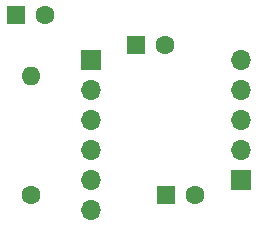
<source format=gbr>
%TF.GenerationSoftware,KiCad,Pcbnew,(5.1.10)-1*%
%TF.CreationDate,2021-09-09T15:03:09-05:00*%
%TF.ProjectId,BoostRegulatorBreakoutPCB,426f6f73-7452-4656-9775-6c61746f7242,00*%
%TF.SameCoordinates,Original*%
%TF.FileFunction,Soldermask,Bot*%
%TF.FilePolarity,Negative*%
%FSLAX46Y46*%
G04 Gerber Fmt 4.6, Leading zero omitted, Abs format (unit mm)*
G04 Created by KiCad (PCBNEW (5.1.10)-1) date 2021-09-09 15:03:09*
%MOMM*%
%LPD*%
G01*
G04 APERTURE LIST*
%ADD10O,1.600000X1.600000*%
%ADD11C,1.600000*%
%ADD12R,1.600000X1.600000*%
%ADD13O,1.700000X1.700000*%
%ADD14R,1.700000X1.700000*%
G04 APERTURE END LIST*
D10*
%TO.C,L1*%
X133350000Y-115730000D03*
D11*
X133350000Y-125730000D03*
%TD*%
%TO.C,C3*%
X134580000Y-110490000D03*
D12*
X132080000Y-110490000D03*
%TD*%
D11*
%TO.C,C2*%
X144740000Y-113030000D03*
D12*
X142240000Y-113030000D03*
%TD*%
D11*
%TO.C,C1*%
X147280000Y-125730000D03*
D12*
X144780000Y-125730000D03*
%TD*%
D13*
%TO.C,J1*%
X138430000Y-127000000D03*
X138430000Y-124460000D03*
X138430000Y-121920000D03*
X138430000Y-119380000D03*
X138430000Y-116840000D03*
D14*
X138430000Y-114300000D03*
%TD*%
D13*
%TO.C,J2*%
X151130000Y-114300000D03*
X151130000Y-116840000D03*
X151130000Y-119380000D03*
X151130000Y-121920000D03*
D14*
X151130000Y-124460000D03*
%TD*%
M02*

</source>
